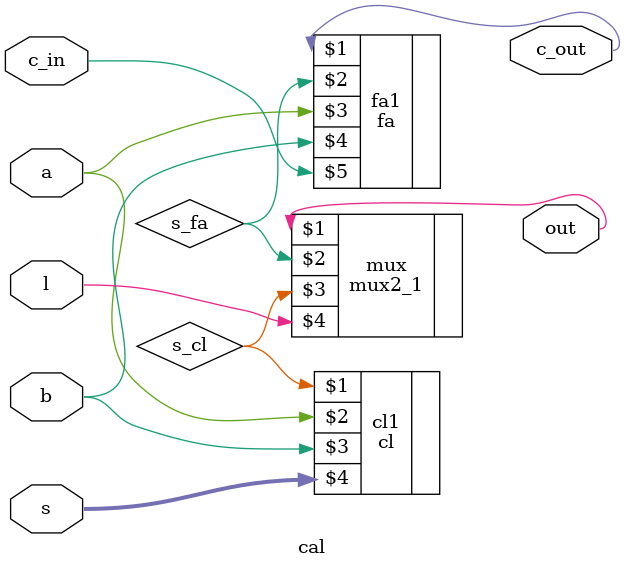
<source format=v>

module cal(output wire out, c_out, input wire a, b, l, c_in, input wire [1:0] s);

    wire s_cl, s_fa;
	
	cl cl1(s_cl, a, b, s); 
	fa fa1(c_out, s_fa, a, b, c_in); 
	
	mux2_1 mux(out, s_fa, s_cl, l);

endmodule
</source>
